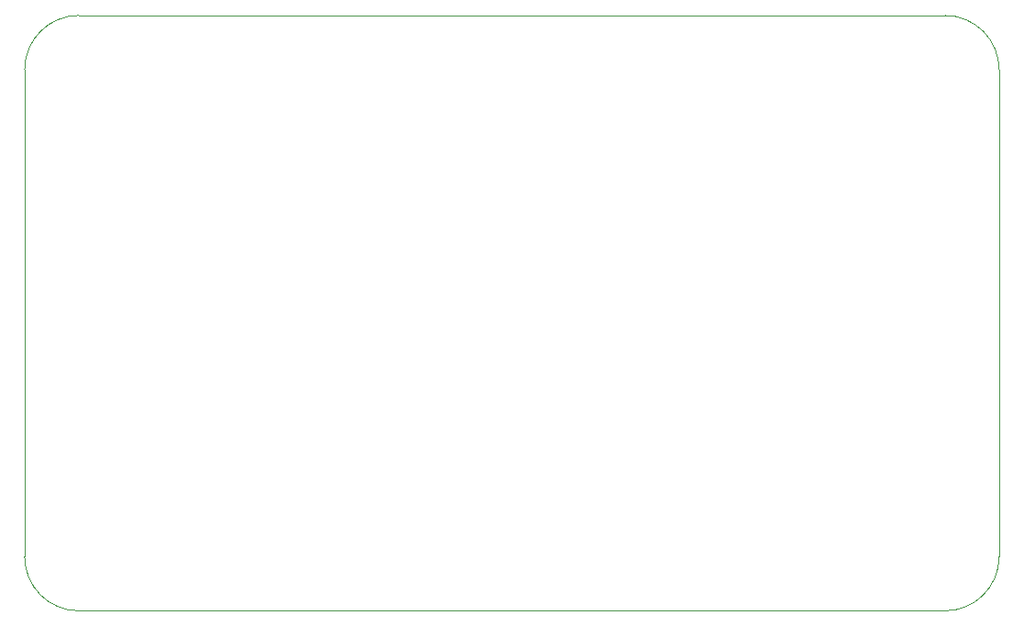
<source format=gbr>
%TF.GenerationSoftware,KiCad,Pcbnew,(6.0.0)*%
%TF.CreationDate,2022-06-06T22:40:39+03:00*%
%TF.ProjectId,analog_board,616e616c-6f67-45f6-926f-6172642e6b69,rev?*%
%TF.SameCoordinates,Original*%
%TF.FileFunction,Profile,NP*%
%FSLAX46Y46*%
G04 Gerber Fmt 4.6, Leading zero omitted, Abs format (unit mm)*
G04 Created by KiCad (PCBNEW (6.0.0)) date 2022-06-06 22:40:39*
%MOMM*%
%LPD*%
G01*
G04 APERTURE LIST*
%TA.AperFunction,Profile*%
%ADD10C,0.050000*%
%TD*%
G04 APERTURE END LIST*
D10*
X110000000Y-123000000D02*
X110000000Y-78000000D01*
X115000000Y-73000000D02*
X195000000Y-73000000D01*
X195000000Y-128000000D02*
X115000000Y-128000000D01*
X200000000Y-78000000D02*
X200000000Y-123000000D01*
X110000000Y-123000000D02*
G75*
G03*
X115000000Y-128000000I5000000J0D01*
G01*
X200000000Y-78000000D02*
G75*
G03*
X195000000Y-73000000I-5000000J0D01*
G01*
X195000000Y-128000000D02*
G75*
G03*
X200000000Y-123000000I0J5000000D01*
G01*
X115000000Y-73000000D02*
G75*
G03*
X110000000Y-78000000I0J-5000000D01*
G01*
M02*

</source>
